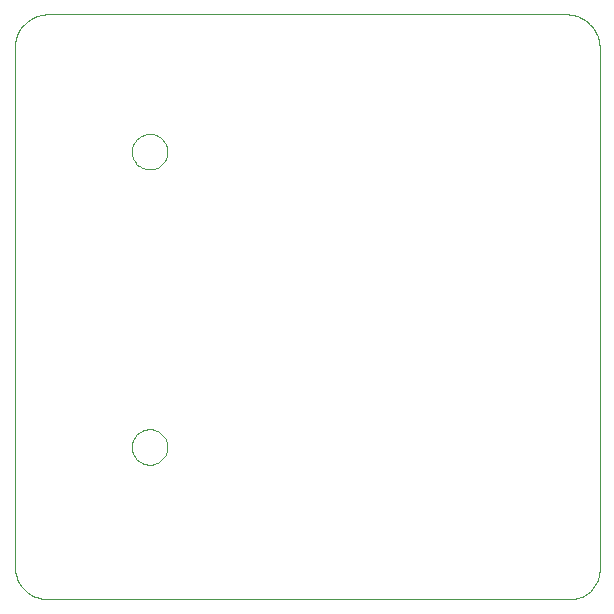
<source format=gko>
G75*
G70*
%OFA0B0*%
%FSLAX24Y24*%
%IPPOS*%
%LPD*%
%AMOC8*
5,1,8,0,0,1.08239X$1,22.5*
%
%ADD10C,0.0000*%
D10*
X002562Y001338D02*
X002562Y018602D01*
X002564Y018667D01*
X002570Y018732D01*
X002579Y018796D01*
X002592Y018860D01*
X002609Y018923D01*
X002629Y018984D01*
X002653Y019045D01*
X002681Y019104D01*
X002712Y019161D01*
X002746Y019216D01*
X002783Y019270D01*
X002824Y019321D01*
X002867Y019369D01*
X002913Y019415D01*
X002961Y019458D01*
X003012Y019499D01*
X003066Y019536D01*
X003121Y019570D01*
X003178Y019601D01*
X003237Y019629D01*
X003298Y019653D01*
X003359Y019673D01*
X003422Y019690D01*
X003486Y019703D01*
X003550Y019712D01*
X003615Y019718D01*
X003680Y019720D01*
X020944Y019720D01*
X021009Y019718D01*
X021074Y019712D01*
X021138Y019703D01*
X021202Y019690D01*
X021265Y019673D01*
X021326Y019653D01*
X021387Y019629D01*
X021446Y019601D01*
X021503Y019570D01*
X021558Y019536D01*
X021612Y019499D01*
X021663Y019458D01*
X021711Y019415D01*
X021757Y019369D01*
X021800Y019321D01*
X021841Y019270D01*
X021878Y019216D01*
X021912Y019161D01*
X021943Y019104D01*
X021971Y019045D01*
X021995Y018984D01*
X022015Y018923D01*
X022032Y018860D01*
X022045Y018796D01*
X022054Y018732D01*
X022060Y018667D01*
X022062Y018602D01*
X022062Y001220D01*
X022060Y001160D01*
X022055Y001099D01*
X022046Y001040D01*
X022033Y000981D01*
X022017Y000922D01*
X021997Y000865D01*
X021974Y000810D01*
X021947Y000755D01*
X021918Y000703D01*
X021885Y000652D01*
X021849Y000603D01*
X021811Y000557D01*
X021769Y000513D01*
X021725Y000471D01*
X021679Y000433D01*
X021630Y000397D01*
X021579Y000364D01*
X021527Y000335D01*
X021472Y000308D01*
X021417Y000285D01*
X021360Y000265D01*
X021301Y000249D01*
X021242Y000236D01*
X021183Y000227D01*
X021122Y000222D01*
X021062Y000220D01*
X003680Y000220D01*
X003615Y000222D01*
X003550Y000228D01*
X003486Y000237D01*
X003422Y000250D01*
X003359Y000267D01*
X003298Y000287D01*
X003237Y000311D01*
X003178Y000339D01*
X003121Y000370D01*
X003066Y000404D01*
X003012Y000441D01*
X002961Y000482D01*
X002913Y000525D01*
X002867Y000571D01*
X002824Y000619D01*
X002783Y000670D01*
X002746Y000724D01*
X002712Y000779D01*
X002681Y000836D01*
X002653Y000895D01*
X002629Y000956D01*
X002609Y001017D01*
X002592Y001080D01*
X002579Y001144D01*
X002570Y001208D01*
X002564Y001273D01*
X002562Y001338D01*
X006471Y005299D02*
X006473Y005347D01*
X006479Y005395D01*
X006489Y005442D01*
X006502Y005488D01*
X006520Y005533D01*
X006540Y005577D01*
X006565Y005619D01*
X006593Y005658D01*
X006623Y005695D01*
X006657Y005729D01*
X006694Y005761D01*
X006732Y005790D01*
X006773Y005815D01*
X006816Y005837D01*
X006861Y005855D01*
X006907Y005869D01*
X006954Y005880D01*
X007002Y005887D01*
X007050Y005890D01*
X007098Y005889D01*
X007146Y005884D01*
X007194Y005875D01*
X007240Y005863D01*
X007285Y005846D01*
X007329Y005826D01*
X007371Y005803D01*
X007411Y005776D01*
X007449Y005746D01*
X007484Y005713D01*
X007516Y005677D01*
X007546Y005639D01*
X007572Y005598D01*
X007594Y005555D01*
X007614Y005511D01*
X007629Y005466D01*
X007641Y005419D01*
X007649Y005371D01*
X007653Y005323D01*
X007653Y005275D01*
X007649Y005227D01*
X007641Y005179D01*
X007629Y005132D01*
X007614Y005087D01*
X007594Y005043D01*
X007572Y005000D01*
X007546Y004959D01*
X007516Y004921D01*
X007484Y004885D01*
X007449Y004852D01*
X007411Y004822D01*
X007371Y004795D01*
X007329Y004772D01*
X007285Y004752D01*
X007240Y004735D01*
X007194Y004723D01*
X007146Y004714D01*
X007098Y004709D01*
X007050Y004708D01*
X007002Y004711D01*
X006954Y004718D01*
X006907Y004729D01*
X006861Y004743D01*
X006816Y004761D01*
X006773Y004783D01*
X006732Y004808D01*
X006694Y004837D01*
X006657Y004869D01*
X006623Y004903D01*
X006593Y004940D01*
X006565Y004979D01*
X006540Y005021D01*
X006520Y005065D01*
X006502Y005110D01*
X006489Y005156D01*
X006479Y005203D01*
X006473Y005251D01*
X006471Y005299D01*
X006471Y015141D02*
X006473Y015189D01*
X006479Y015237D01*
X006489Y015284D01*
X006502Y015330D01*
X006520Y015375D01*
X006540Y015419D01*
X006565Y015461D01*
X006593Y015500D01*
X006623Y015537D01*
X006657Y015571D01*
X006694Y015603D01*
X006732Y015632D01*
X006773Y015657D01*
X006816Y015679D01*
X006861Y015697D01*
X006907Y015711D01*
X006954Y015722D01*
X007002Y015729D01*
X007050Y015732D01*
X007098Y015731D01*
X007146Y015726D01*
X007194Y015717D01*
X007240Y015705D01*
X007285Y015688D01*
X007329Y015668D01*
X007371Y015645D01*
X007411Y015618D01*
X007449Y015588D01*
X007484Y015555D01*
X007516Y015519D01*
X007546Y015481D01*
X007572Y015440D01*
X007594Y015397D01*
X007614Y015353D01*
X007629Y015308D01*
X007641Y015261D01*
X007649Y015213D01*
X007653Y015165D01*
X007653Y015117D01*
X007649Y015069D01*
X007641Y015021D01*
X007629Y014974D01*
X007614Y014929D01*
X007594Y014885D01*
X007572Y014842D01*
X007546Y014801D01*
X007516Y014763D01*
X007484Y014727D01*
X007449Y014694D01*
X007411Y014664D01*
X007371Y014637D01*
X007329Y014614D01*
X007285Y014594D01*
X007240Y014577D01*
X007194Y014565D01*
X007146Y014556D01*
X007098Y014551D01*
X007050Y014550D01*
X007002Y014553D01*
X006954Y014560D01*
X006907Y014571D01*
X006861Y014585D01*
X006816Y014603D01*
X006773Y014625D01*
X006732Y014650D01*
X006694Y014679D01*
X006657Y014711D01*
X006623Y014745D01*
X006593Y014782D01*
X006565Y014821D01*
X006540Y014863D01*
X006520Y014907D01*
X006502Y014952D01*
X006489Y014998D01*
X006479Y015045D01*
X006473Y015093D01*
X006471Y015141D01*
M02*

</source>
